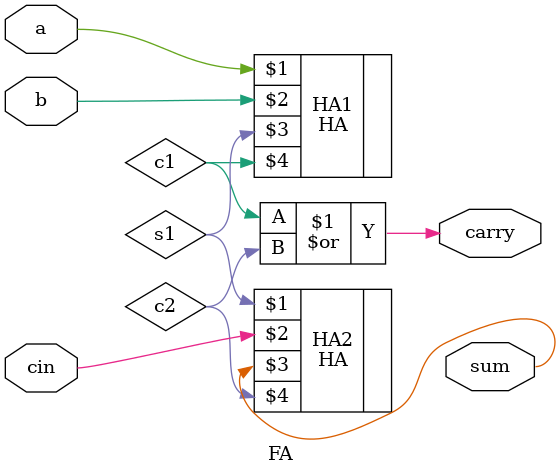
<source format=v>
`timescale 1ns / 1ps


module FA(
    input a,b,cin,
    output sum,carry
    );
    wire s1,c1,c2;
    HA HA1 (a,b,s1,c1);
    HA HA2 (s1 ,cin,sum,c2);
    assign carry = c1 | c2 ;
endmodule

</source>
